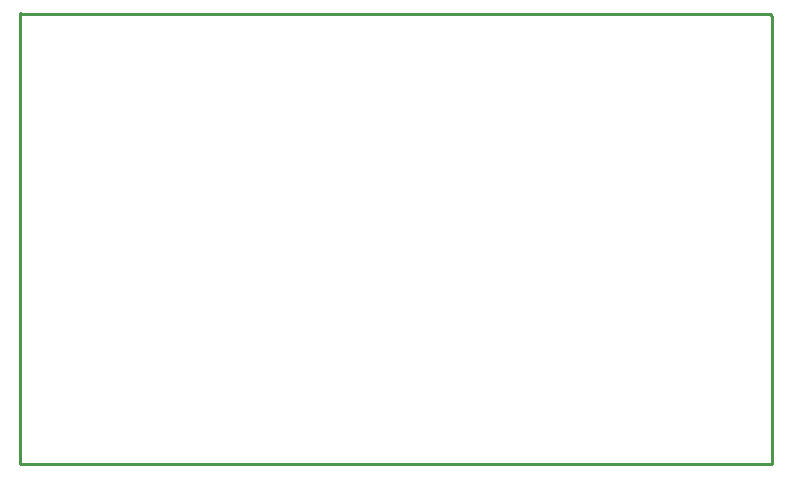
<source format=gko>
G04*
G04 #@! TF.GenerationSoftware,Altium Limited,Altium Designer,22.2.1 (43)*
G04*
G04 Layer_Color=16711935*
%FSLAX25Y25*%
%MOIN*%
G70*
G04*
G04 #@! TF.SameCoordinates,22AEFC0F-6C44-4056-8772-BC97FD4EFD78*
G04*
G04*
G04 #@! TF.FilePolarity,Positive*
G04*
G01*
G75*
%ADD11C,0.01000*%
D11*
X0Y0D02*
X250500D01*
Y149500D01*
X250000Y150000D02*
X250500Y149500D01*
X500Y150000D02*
X250000D01*
X0Y150500D02*
X500Y150000D01*
X0Y0D02*
Y150500D01*
M02*

</source>
